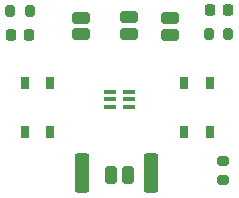
<source format=gbp>
G04 #@! TF.GenerationSoftware,KiCad,Pcbnew,7.0.7*
G04 #@! TF.CreationDate,2024-04-01T23:39:43-04:00*
G04 #@! TF.ProjectId,sensor_node,73656e73-6f72-45f6-9e6f-64652e6b6963,rev?*
G04 #@! TF.SameCoordinates,Original*
G04 #@! TF.FileFunction,Paste,Bot*
G04 #@! TF.FilePolarity,Positive*
%FSLAX46Y46*%
G04 Gerber Fmt 4.6, Leading zero omitted, Abs format (unit mm)*
G04 Created by KiCad (PCBNEW 7.0.7) date 2024-04-01 23:39:43*
%MOMM*%
%LPD*%
G01*
G04 APERTURE LIST*
G04 Aperture macros list*
%AMRoundRect*
0 Rectangle with rounded corners*
0 $1 Rounding radius*
0 $2 $3 $4 $5 $6 $7 $8 $9 X,Y pos of 4 corners*
0 Add a 4 corners polygon primitive as box body*
4,1,4,$2,$3,$4,$5,$6,$7,$8,$9,$2,$3,0*
0 Add four circle primitives for the rounded corners*
1,1,$1+$1,$2,$3*
1,1,$1+$1,$4,$5*
1,1,$1+$1,$6,$7*
1,1,$1+$1,$8,$9*
0 Add four rect primitives between the rounded corners*
20,1,$1+$1,$2,$3,$4,$5,0*
20,1,$1+$1,$4,$5,$6,$7,0*
20,1,$1+$1,$6,$7,$8,$9,0*
20,1,$1+$1,$8,$9,$2,$3,0*%
G04 Aperture macros list end*
%ADD10RoundRect,0.250000X0.500000X-0.250000X0.500000X0.250000X-0.500000X0.250000X-0.500000X-0.250000X0*%
%ADD11RoundRect,0.200000X-0.200000X-0.275000X0.200000X-0.275000X0.200000X0.275000X-0.200000X0.275000X0*%
%ADD12RoundRect,0.200000X0.275000X-0.200000X0.275000X0.200000X-0.275000X0.200000X-0.275000X-0.200000X0*%
%ADD13RoundRect,0.250000X-0.362500X-1.425000X0.362500X-1.425000X0.362500X1.425000X-0.362500X1.425000X0*%
%ADD14R,0.650000X1.050000*%
%ADD15RoundRect,0.250000X-0.500000X0.250000X-0.500000X-0.250000X0.500000X-0.250000X0.500000X0.250000X0*%
%ADD16R,0.990000X0.300000*%
%ADD17RoundRect,0.200000X0.200000X0.275000X-0.200000X0.275000X-0.200000X-0.275000X0.200000X-0.275000X0*%
%ADD18RoundRect,0.250000X-0.250000X-0.500000X0.250000X-0.500000X0.250000X0.500000X-0.250000X0.500000X0*%
%ADD19RoundRect,0.225000X-0.225000X-0.250000X0.225000X-0.250000X0.225000X0.250000X-0.225000X0.250000X0*%
%ADD20RoundRect,0.225000X0.225000X0.250000X-0.225000X0.250000X-0.225000X-0.250000X0.225000X-0.250000X0*%
G04 APERTURE END LIST*
D10*
X103500000Y-74100000D03*
X103500000Y-75500000D03*
D11*
X110271147Y-75488777D03*
X111921147Y-75488777D03*
D12*
X111439370Y-87906999D03*
X111439370Y-86256999D03*
D13*
X99476869Y-87331998D03*
X105401869Y-87331998D03*
D14*
X96839370Y-83831998D03*
X96839370Y-79681998D03*
X94689370Y-83831998D03*
X94689370Y-79681998D03*
D15*
X107000000Y-74181999D03*
X107000000Y-75581999D03*
D16*
X101884369Y-81710499D03*
X101884369Y-81060499D03*
X101884369Y-80410499D03*
X103494369Y-80410499D03*
X103494369Y-81060499D03*
X103494369Y-81710499D03*
D17*
X95107593Y-73581999D03*
X93457593Y-73581999D03*
D14*
X110339369Y-83832000D03*
X110339369Y-79682000D03*
X108189369Y-83832000D03*
X108189369Y-79682000D03*
D10*
X99439369Y-75531998D03*
X99439369Y-74131998D03*
D18*
X102000000Y-87500000D03*
X103400000Y-87500000D03*
D19*
X93522594Y-75581999D03*
X95072594Y-75581999D03*
D20*
X111871147Y-73488775D03*
X110321147Y-73488775D03*
M02*

</source>
